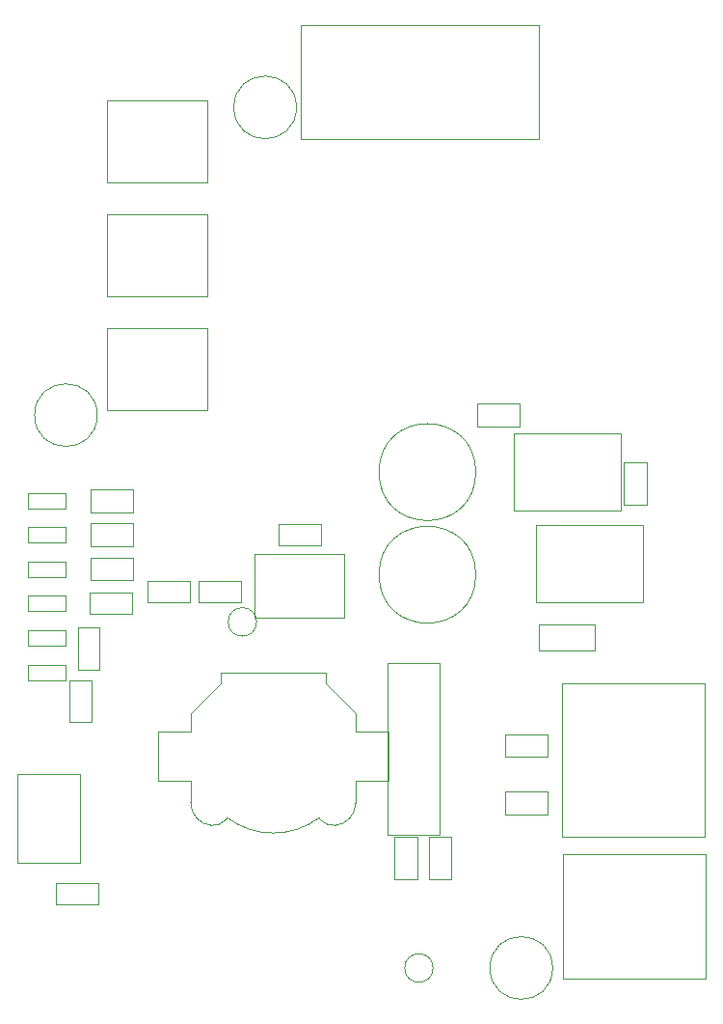
<source format=gbr>
G04 #@! TF.GenerationSoftware,KiCad,Pcbnew,5.0.0-rc2-unknown-bfa8903~65~ubuntu16.04.1*
G04 #@! TF.CreationDate,2018-06-03T14:39:05-05:00*
G04 #@! TF.ProjectId,omega-dock-new,6F6D6567612D646F636B2D6E65772E6B,rev?*
G04 #@! TF.SameCoordinates,Original*
G04 #@! TF.FileFunction,Other,User*
%FSLAX46Y46*%
G04 Gerber Fmt 4.6, Leading zero omitted, Abs format (unit mm)*
G04 Created by KiCad (PCBNEW 5.0.0-rc2-unknown-bfa8903~65~ubuntu16.04.1) date Sun Jun  3 14:39:05 2018*
%MOMM*%
%LPD*%
G01*
G04 APERTURE LIST*
%ADD10C,0.050000*%
G04 APERTURE END LIST*
D10*
G04 #@! TO.C,C6*
X152000000Y-94000000D02*
G75*
G03X152000000Y-94000000I-4250000J0D01*
G01*
G04 #@! TO.C,C8*
X152140000Y-90000000D02*
X152140000Y-88000000D01*
X152140000Y-88000000D02*
X155860000Y-88000000D01*
X155860000Y-88000000D02*
X155860000Y-90000000D01*
X155860000Y-90000000D02*
X152140000Y-90000000D01*
G04 #@! TO.C,C10*
X164700000Y-97400000D02*
X155300000Y-97400000D01*
X164700000Y-97400000D02*
X164700000Y-90600000D01*
X155300000Y-90600000D02*
X155300000Y-97400000D01*
X155300000Y-90600000D02*
X164700000Y-90600000D01*
G04 #@! TO.C,U8*
X128400000Y-88600000D02*
X128400000Y-81400000D01*
X128400000Y-81400000D02*
X119600000Y-81400000D01*
X119600000Y-81400000D02*
X119600000Y-88600000D01*
X119600000Y-88600000D02*
X128400000Y-88600000D01*
G04 #@! TO.C,U9*
X119600000Y-78600000D02*
X128400000Y-78600000D01*
X119600000Y-71400000D02*
X119600000Y-78600000D01*
X128400000Y-71400000D02*
X119600000Y-71400000D01*
X128400000Y-78600000D02*
X128400000Y-71400000D01*
G04 #@! TO.C,U10*
X119600000Y-68600000D02*
X128400000Y-68600000D01*
X119600000Y-61400000D02*
X119600000Y-68600000D01*
X128400000Y-61400000D02*
X119600000Y-61400000D01*
X128400000Y-68600000D02*
X128400000Y-61400000D01*
G04 #@! TO.C,C5*
X152000000Y-103000000D02*
G75*
G03X152000000Y-103000000I-4250000J0D01*
G01*
G04 #@! TO.C,L3*
X165000000Y-93140000D02*
X167000000Y-93140000D01*
X167000000Y-93140000D02*
X167000000Y-96860000D01*
X167000000Y-96860000D02*
X165000000Y-96860000D01*
X165000000Y-96860000D02*
X165000000Y-93140000D01*
G04 #@! TO.C,R1*
X121860000Y-103500000D02*
X118140000Y-103500000D01*
X121860000Y-101500000D02*
X121860000Y-103500000D01*
X118140000Y-101500000D02*
X121860000Y-101500000D01*
X118140000Y-103500000D02*
X118140000Y-101500000D01*
G04 #@! TO.C,R2*
X118182500Y-100500000D02*
X118182500Y-98500000D01*
X118182500Y-98500000D02*
X121902500Y-98500000D01*
X121902500Y-98500000D02*
X121902500Y-100500000D01*
X121902500Y-100500000D02*
X118182500Y-100500000D01*
G04 #@! TO.C,R3*
X118140000Y-97500000D02*
X118140000Y-95500000D01*
X118140000Y-95500000D02*
X121860000Y-95500000D01*
X121860000Y-95500000D02*
X121860000Y-97500000D01*
X121860000Y-97500000D02*
X118140000Y-97500000D01*
G04 #@! TO.C,C11*
X166700000Y-105400000D02*
X157300000Y-105400000D01*
X166700000Y-105400000D02*
X166700000Y-98600000D01*
X157300000Y-98600000D02*
X157300000Y-105400000D01*
X157300000Y-98600000D02*
X166700000Y-98600000D01*
G04 #@! TO.C,C12*
X162460000Y-107350000D02*
X162460000Y-109650000D01*
X162460000Y-109650000D02*
X157540000Y-109650000D01*
X157540000Y-109650000D02*
X157540000Y-107350000D01*
X157540000Y-107350000D02*
X162460000Y-107350000D01*
G04 #@! TO.C,R4*
X147870000Y-129710000D02*
X147870000Y-125990000D01*
X149870000Y-129710000D02*
X147870000Y-129710000D01*
X149870000Y-125990000D02*
X149870000Y-129710000D01*
X147870000Y-125990000D02*
X149870000Y-125990000D01*
G04 #@! TO.C,R5*
X144850000Y-126010000D02*
X146850000Y-126010000D01*
X146850000Y-126010000D02*
X146850000Y-129730000D01*
X146850000Y-129730000D02*
X144850000Y-129730000D01*
X144850000Y-129730000D02*
X144850000Y-126010000D01*
G04 #@! TO.C,R6*
X158317500Y-119000000D02*
X154597500Y-119000000D01*
X158317500Y-117000000D02*
X158317500Y-119000000D01*
X154597500Y-117000000D02*
X158317500Y-117000000D01*
X154597500Y-119000000D02*
X154597500Y-117000000D01*
G04 #@! TO.C,R7*
X154597500Y-124000000D02*
X154597500Y-122000000D01*
X154597500Y-122000000D02*
X158317500Y-122000000D01*
X158317500Y-122000000D02*
X158317500Y-124000000D01*
X158317500Y-124000000D02*
X154597500Y-124000000D01*
G04 #@! TO.C,J2*
X159600000Y-125950000D02*
X172100000Y-125950000D01*
X172100000Y-125950000D02*
X172100000Y-112550000D01*
X172100000Y-112550000D02*
X159600000Y-112550000D01*
X159600000Y-112550000D02*
X159600000Y-125950000D01*
G04 #@! TO.C,BT1*
X130185482Y-124329018D02*
G75*
G03X134210000Y-125660000I4024518J5419018D01*
G01*
X138234710Y-124342858D02*
G75*
G02X138430000Y-124560000I-3914710J-3717142D01*
G01*
X130185612Y-124330960D02*
G75*
G03X129990000Y-124560000I4134388J-3729040D01*
G01*
X138234518Y-124329018D02*
G75*
G02X134210000Y-125660000I-4024518J5419018D01*
G01*
X141460000Y-122960000D02*
G75*
G02X139510000Y-125010000I-2000000J-50000D01*
G01*
X139723125Y-124992435D02*
G75*
G02X138430000Y-124560000I-223125J1482435D01*
G01*
X128696875Y-124992435D02*
G75*
G03X129990000Y-124560000I223125J1482435D01*
G01*
X126960000Y-122960000D02*
G75*
G03X128910000Y-125010000I2000000J-50000D01*
G01*
X126960000Y-121060000D02*
X126960000Y-123010000D01*
X141460000Y-121060000D02*
X141460000Y-123010000D01*
X141460000Y-116760000D02*
X141460000Y-115110000D01*
X141460000Y-115110000D02*
X138860000Y-112510000D01*
X138860000Y-112510000D02*
X138860000Y-111560000D01*
X129560000Y-111560000D02*
X138860000Y-111560000D01*
X129560000Y-112510000D02*
X129560000Y-111560000D01*
X126960000Y-115110000D02*
X129560000Y-112510000D01*
X126960000Y-116760000D02*
X126960000Y-115110000D01*
X126960000Y-116760000D02*
X124060000Y-116760000D01*
X124060000Y-116760000D02*
X124060000Y-121060000D01*
X124060000Y-121060000D02*
X126960000Y-121060000D01*
X141460000Y-116760000D02*
X144360000Y-116760000D01*
X144360000Y-116760000D02*
X144360000Y-121060000D01*
X144360000Y-121060000D02*
X141460000Y-121060000D01*
G04 #@! TO.C,Y1*
X148820000Y-125850000D02*
X148820000Y-110750000D01*
X148820000Y-110750000D02*
X144220000Y-110750000D01*
X144220000Y-110750000D02*
X144220000Y-125850000D01*
X144220000Y-125850000D02*
X148820000Y-125850000D01*
G04 #@! TO.C,D6*
X112630000Y-106170000D02*
X112630000Y-104810000D01*
X112630000Y-104810000D02*
X115950000Y-104810000D01*
X115950000Y-104810000D02*
X115950000Y-106170000D01*
X115950000Y-106170000D02*
X112630000Y-106170000D01*
G04 #@! TO.C,R22*
X121827500Y-104550000D02*
X121827500Y-106450000D01*
X121827500Y-106450000D02*
X118107500Y-106450000D01*
X118107500Y-106450000D02*
X118107500Y-104550000D01*
X118107500Y-104550000D02*
X121827500Y-104550000D01*
G04 #@! TO.C,D1*
X115960000Y-101820000D02*
X115960000Y-103180000D01*
X115960000Y-103180000D02*
X112640000Y-103180000D01*
X112640000Y-103180000D02*
X112640000Y-101820000D01*
X112640000Y-101820000D02*
X115960000Y-101820000D01*
G04 #@! TO.C,D2*
X112640000Y-98820000D02*
X115960000Y-98820000D01*
X112640000Y-100180000D02*
X112640000Y-98820000D01*
X115960000Y-100180000D02*
X112640000Y-100180000D01*
X115960000Y-98820000D02*
X115960000Y-100180000D01*
G04 #@! TO.C,D3*
X115960000Y-95820000D02*
X115960000Y-97180000D01*
X115960000Y-97180000D02*
X112640000Y-97180000D01*
X112640000Y-97180000D02*
X112640000Y-95820000D01*
X112640000Y-95820000D02*
X115960000Y-95820000D01*
G04 #@! TO.C,R19*
X123140000Y-105450000D02*
X123140000Y-103550000D01*
X123140000Y-103550000D02*
X126860000Y-103550000D01*
X126860000Y-103550000D02*
X126860000Y-105450000D01*
X126860000Y-105450000D02*
X123140000Y-105450000D01*
G04 #@! TO.C,C1*
X132550000Y-101210000D02*
X140450000Y-101210000D01*
X132550000Y-101210000D02*
X132550000Y-106740000D01*
X140450000Y-106740000D02*
X140450000Y-101210000D01*
X140450000Y-106740000D02*
X132550000Y-106740000D01*
G04 #@! TO.C,R20*
X127672500Y-105450000D02*
X127672500Y-103550000D01*
X127672500Y-103550000D02*
X131392500Y-103550000D01*
X131392500Y-103550000D02*
X131392500Y-105450000D01*
X131392500Y-105450000D02*
X127672500Y-105450000D01*
G04 #@! TO.C,R21*
X138392500Y-100450000D02*
X134672500Y-100450000D01*
X138392500Y-98550000D02*
X138392500Y-100450000D01*
X134672500Y-98550000D02*
X138392500Y-98550000D01*
X134672500Y-100450000D02*
X134672500Y-98550000D01*
G04 #@! TO.C,REF\002A\002A*
X118750000Y-89000000D02*
G75*
G03X118750000Y-89000000I-2750000J0D01*
G01*
X136250000Y-62000000D02*
G75*
G03X136250000Y-62000000I-2750000J0D01*
G01*
X158750000Y-137500000D02*
G75*
G03X158750000Y-137500000I-2750000J0D01*
G01*
G04 #@! TO.C,D4*
X112630000Y-109200000D02*
X112630000Y-107840000D01*
X112630000Y-107840000D02*
X115950000Y-107840000D01*
X115950000Y-107840000D02*
X115950000Y-109200000D01*
X115950000Y-109200000D02*
X112630000Y-109200000D01*
G04 #@! TO.C,R8*
X118950000Y-111360000D02*
X117050000Y-111360000D01*
X117050000Y-111360000D02*
X117050000Y-107640000D01*
X117050000Y-107640000D02*
X118950000Y-107640000D01*
X118950000Y-107640000D02*
X118950000Y-111360000D01*
G04 #@! TO.C,R23*
X115107500Y-131950000D02*
X115107500Y-130050000D01*
X115107500Y-130050000D02*
X118827500Y-130050000D01*
X118827500Y-130050000D02*
X118827500Y-131950000D01*
X118827500Y-131950000D02*
X115107500Y-131950000D01*
G04 #@! TO.C,SW1*
X117250000Y-120457500D02*
X111750000Y-120457500D01*
X117250000Y-128257500D02*
X111750000Y-128257500D01*
X117250000Y-120457500D02*
X117250000Y-128257500D01*
X111750000Y-120457500D02*
X111750000Y-128257500D01*
G04 #@! TO.C,D7*
X112665000Y-112280000D02*
X112665000Y-110920000D01*
X112665000Y-110920000D02*
X115985000Y-110920000D01*
X115985000Y-110920000D02*
X115985000Y-112280000D01*
X115985000Y-112280000D02*
X112665000Y-112280000D01*
G04 #@! TO.C,R24*
X118250000Y-115952500D02*
X116350000Y-115952500D01*
X116350000Y-115952500D02*
X116350000Y-112232500D01*
X116350000Y-112232500D02*
X118250000Y-112232500D01*
X118250000Y-112232500D02*
X118250000Y-115952500D01*
G04 #@! TO.C,GPIO*
X148250000Y-137500000D02*
G75*
G03X148250000Y-137500000I-1250000J0D01*
G01*
G04 #@! TO.C,VT*
X132750000Y-107140000D02*
G75*
G03X132750000Y-107140000I-1250000J0D01*
G01*
G04 #@! TO.C,P1*
X157550000Y-64750000D02*
X157550000Y-54750000D01*
X157550000Y-54750000D02*
X136650000Y-54750000D01*
X136650000Y-54750000D02*
X136650000Y-64750000D01*
X136650000Y-64750000D02*
X157550000Y-64750000D01*
G04 #@! TO.C,J1*
X159680000Y-138440000D02*
X172180000Y-138440000D01*
X172180000Y-138440000D02*
X172180000Y-127540000D01*
X172180000Y-127540000D02*
X159680000Y-127540000D01*
X159680000Y-127540000D02*
X159680000Y-138440000D01*
G04 #@! TD*
M02*

</source>
